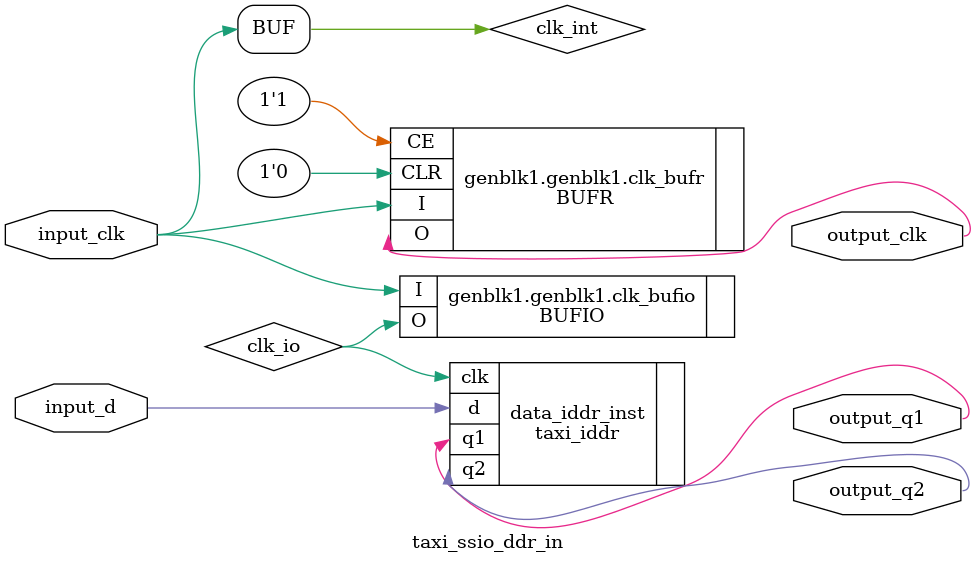
<source format=sv>
/*

Copyright (c) 2016-2025 FPGA Ninja, LLC

Authors:
- Alex Forencich

*/

`resetall
`timescale 1ns / 1ps
`default_nettype none

/*
 * Generic source synchronous DDR input
 */
module taxi_ssio_ddr_in #
(
    // simulation (set to avoid vendor primitives)
    parameter logic SIM = 1'b0,
    // vendor ("GENERIC", "XILINX", "ALTERA")
    parameter VENDOR = "XILINX",
    // device family
    parameter FAMILY = "virtex7",
    // Width of register in bits
    parameter WIDTH = 1
)
(
    input  wire logic              input_clk,

    input  wire logic [WIDTH-1:0]  input_d,

    output wire logic              output_clk,

    output wire logic [WIDTH-1:0]  output_q1,
    output wire logic [WIDTH-1:0]  output_q2
);

wire clk_int;
wire clk_io;

if (!SIM && VENDOR == "XILINX") begin
    // Xilinx/AMD device support

    // use Xilinx clocking primitives

    if (FAMILY == "virtex6" || FAMILY == "virtex7" || FAMILY == "kintex7" || FAMILY == "artix7") begin
        // BUFIO + BUFR
        // virtex6, virtex7, kintex7, artix7, zynq

        assign clk_int = input_clk;

        // pass through RX clock to input buffers
        BUFIO
        clk_bufio (
            .I(clk_int),
            .O(clk_io)
        );

        // pass through RX clock to logic
        BUFR #(
            .BUFR_DIVIDE("BYPASS")
        )
        clk_bufr (
            .I(clk_int),
            .O(output_clk),
            .CE(1'b1),
            .CLR(1'b0)
        );

    end else begin
        // BUFG only
        // spartan6, virtexu, kintexu, virtexuplus, virtexuplusHBM, virtexuplus58g, kintexuplus, zynquplus, zynquplusRFSOC

        // buffer RX clock
        BUFG
        clk_bufg (
            .I(input_clk),
            .O(clk_int)
        );

        // pass through RX clock to logic and input buffers
        assign clk_io = clk_int;
        assign output_clk = clk_int;

    end

end else begin
    // generic/simulation implementation (no vendor primitives)

    // pass through RX clock to input buffers
    assign clk_io = input_clk;

    // pass through RX clock to logic
    assign clk_int = input_clk;
    assign output_clk = clk_int;

end

taxi_iddr #(
    .SIM(SIM),
    .VENDOR(VENDOR),
    .FAMILY(FAMILY),
    .WIDTH(WIDTH)
)
data_iddr_inst (
    .clk(clk_io),
    .d(input_d),
    .q1(output_q1),
    .q2(output_q2)
);

endmodule

`resetall

</source>
